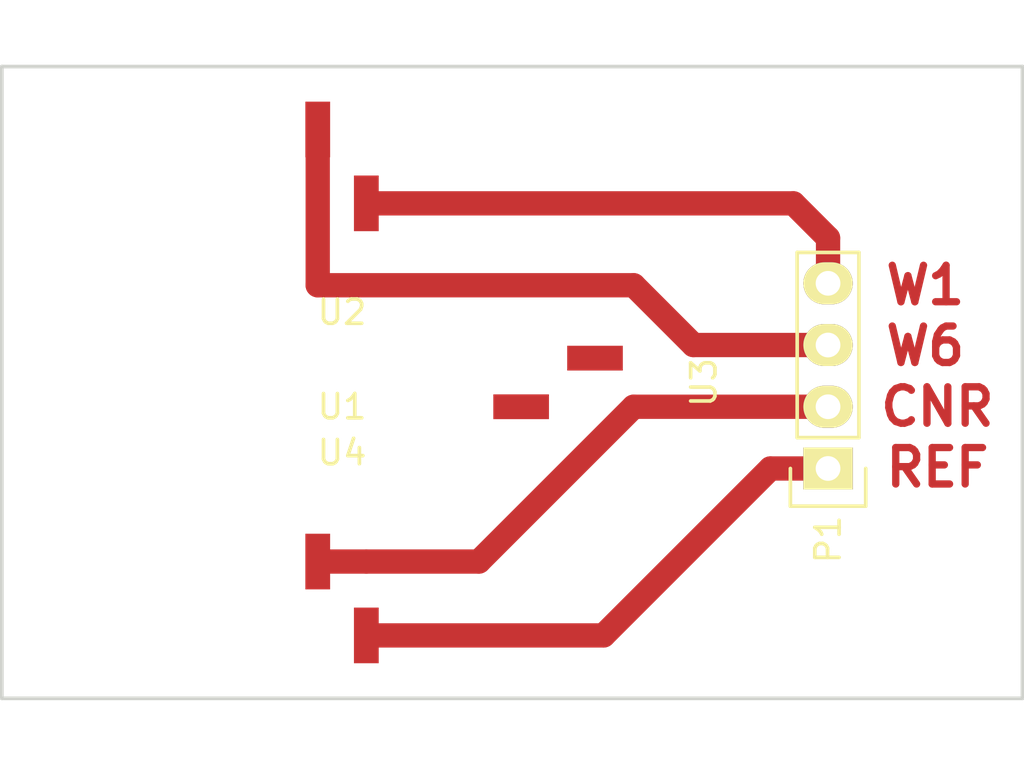
<source format=kicad_pcb>
(kicad_pcb (version 4) (host pcbnew 4.0.3+e1-6302~38~ubuntu16.04.1-stable)

  (general
    (links 4)
    (no_connects 0)
    (area 133.924999 93.924999 176.075001 120.075001)
    (thickness 1.6)
    (drawings 8)
    (tracks 14)
    (zones 0)
    (modules 5)
    (nets 7)
  )

  (page A4)
  (layers
    (0 F.Cu signal)
    (31 B.Cu signal)
    (32 B.Adhes user)
    (33 F.Adhes user)
    (34 B.Paste user)
    (35 F.Paste user)
    (36 B.SilkS user)
    (37 F.SilkS user)
    (38 B.Mask user)
    (39 F.Mask user)
    (40 Dwgs.User user)
    (41 Cmts.User user)
    (42 Eco1.User user)
    (43 Eco2.User user)
    (44 Edge.Cuts user)
    (45 Margin user)
    (46 B.CrtYd user)
    (47 F.CrtYd user)
    (48 B.Fab user)
    (49 F.Fab user)
  )

  (setup
    (last_trace_width 1)
    (user_trace_width 1)
    (trace_clearance 0.2)
    (zone_clearance 0.508)
    (zone_45_only no)
    (trace_min 0.2)
    (segment_width 0.2)
    (edge_width 0.15)
    (via_size 0.6)
    (via_drill 0.4)
    (via_min_size 0.4)
    (via_min_drill 0.3)
    (uvia_size 0.3)
    (uvia_drill 0.1)
    (uvias_allowed no)
    (uvia_min_size 0.2)
    (uvia_min_drill 0.1)
    (pcb_text_width 0.3)
    (pcb_text_size 1.5 1.5)
    (mod_edge_width 0.15)
    (mod_text_size 1 1)
    (mod_text_width 0.15)
    (pad_size 1.524 1.524)
    (pad_drill 0.762)
    (pad_to_mask_clearance 0.2)
    (aux_axis_origin 0 0)
    (visible_elements FFFFFF7F)
    (pcbplotparams
      (layerselection 0x01000_00000001)
      (usegerberextensions false)
      (excludeedgelayer true)
      (linewidth 0.100000)
      (plotframeref false)
      (viasonmask false)
      (mode 1)
      (useauxorigin false)
      (hpglpennumber 1)
      (hpglpenspeed 20)
      (hpglpendiameter 15)
      (hpglpenoverlay 2)
      (psnegative false)
      (psa4output false)
      (plotreference true)
      (plotvalue true)
      (plotinvisibletext false)
      (padsonsilk false)
      (subtractmaskfromsilk false)
      (outputformat 1)
      (mirror false)
      (drillshape 0)
      (scaleselection 1)
      (outputdirectory gerbers/))
  )

  (net 0 "")
  (net 1 WORKING_1)
  (net 2 REFERENCE)
  (net 3 COUNTER)
  (net 4 WORKING_6)
  (net 5 "Net-(U3-Pad1)")
  (net 6 "Net-(U3-Pad2)")

  (net_class Default "This is the default net class."
    (clearance 0.2)
    (trace_width 0.25)
    (via_dia 0.6)
    (via_drill 0.4)
    (uvia_dia 0.3)
    (uvia_drill 0.1)
    (add_net COUNTER)
    (add_net "Net-(U3-Pad1)")
    (add_net "Net-(U3-Pad2)")
    (add_net REFERENCE)
    (add_net WORKING_1)
    (add_net WORKING_6)
  )

  (module Socket_Strips:Socket_Strip_Straight_1x04 (layer F.Cu) (tedit 0) (tstamp 57C0A044)
    (at 168 110.54 90)
    (descr "Through hole socket strip")
    (tags "socket strip")
    (path /57C09EF5)
    (fp_text reference P1 (at -2.92 0 90) (layer F.SilkS)
      (effects (font (size 1 1) (thickness 0.15)))
    )
    (fp_text value CONN_01X04 (at 4.08 -3 90) (layer F.Fab)
      (effects (font (size 1 1) (thickness 0.15)))
    )
    (fp_line (start -1.75 -1.75) (end -1.75 1.75) (layer F.CrtYd) (width 0.05))
    (fp_line (start 9.4 -1.75) (end 9.4 1.75) (layer F.CrtYd) (width 0.05))
    (fp_line (start -1.75 -1.75) (end 9.4 -1.75) (layer F.CrtYd) (width 0.05))
    (fp_line (start -1.75 1.75) (end 9.4 1.75) (layer F.CrtYd) (width 0.05))
    (fp_line (start 1.27 -1.27) (end 8.89 -1.27) (layer F.SilkS) (width 0.15))
    (fp_line (start 1.27 1.27) (end 8.89 1.27) (layer F.SilkS) (width 0.15))
    (fp_line (start -1.55 1.55) (end 0 1.55) (layer F.SilkS) (width 0.15))
    (fp_line (start 8.89 -1.27) (end 8.89 1.27) (layer F.SilkS) (width 0.15))
    (fp_line (start 1.27 1.27) (end 1.27 -1.27) (layer F.SilkS) (width 0.15))
    (fp_line (start 0 -1.55) (end -1.55 -1.55) (layer F.SilkS) (width 0.15))
    (fp_line (start -1.55 -1.55) (end -1.55 1.55) (layer F.SilkS) (width 0.15))
    (pad 1 thru_hole rect (at 0 0 90) (size 1.7272 2.032) (drill 1.016) (layers *.Cu *.Mask F.SilkS)
      (net 2 REFERENCE))
    (pad 2 thru_hole oval (at 2.54 0 90) (size 1.7272 2.032) (drill 1.016) (layers *.Cu *.Mask F.SilkS)
      (net 3 COUNTER))
    (pad 3 thru_hole oval (at 5.08 0 90) (size 1.7272 2.032) (drill 1.016) (layers *.Cu *.Mask F.SilkS)
      (net 4 WORKING_6))
    (pad 4 thru_hole oval (at 7.62 0 90) (size 1.7272 2.032) (drill 1.016) (layers *.Cu *.Mask F.SilkS)
      (net 1 WORKING_1))
    (model Socket_Strips.3dshapes/Socket_Strip_Straight_1x04.wrl
      (at (xyz 0.15 0 0))
      (scale (xyz 1 1 1))
      (rotate (xyz 0 0 180))
    )
  )

  (module scintilla:SPEC_pinned (layer F.Cu) (tedit 57C098FC) (tstamp 57C0A048)
    (at 148 107)
    (path /57C09500)
    (fp_text reference U1 (at 0 1) (layer F.SilkS)
      (effects (font (size 1 1) (thickness 0.15)))
    )
    (fp_text value SPEC (at 0 -1) (layer F.Fab)
      (effects (font (size 1 1) (thickness 0.15)))
    )
  )

  (module scintilla:SMM-102-02-S-S (layer F.Cu) (tedit 57C0B05F) (tstamp 57C0A04E)
    (at 148 98.11)
    (path /57C096A4)
    (fp_text reference U2 (at 0 6) (layer F.SilkS)
      (effects (font (size 1 1) (thickness 0.15)))
    )
    (fp_text value SMM-102-02-S-S (at 0 -6) (layer F.Fab)
      (effects (font (size 1 1) (thickness 0.15)))
    )
    (pad 1 smd rect (at 1 1.52) (size 1.02 2.29) (layers F.Cu F.Paste F.Mask)
      (net 1 WORKING_1))
    (pad 2 smd rect (at -1 -1.52) (size 1.02 2.29) (layers F.Cu F.Paste F.Mask)
      (net 4 WORKING_6))
  )

  (module scintilla:SMM-102-02-S-S (layer F.Cu) (tedit 57C0B05F) (tstamp 57C0A05A)
    (at 148 115.89 180)
    (path /57C09796)
    (fp_text reference U4 (at 0 6 180) (layer F.SilkS)
      (effects (font (size 1 1) (thickness 0.15)))
    )
    (fp_text value SMM-102-02-S-S (at 0 -6 180) (layer F.Fab)
      (effects (font (size 1 1) (thickness 0.15)))
    )
    (pad 1 smd rect (at 1 1.52 180) (size 1.02 2.29) (layers F.Cu F.Paste F.Mask)
      (net 3 COUNTER))
    (pad 2 smd rect (at -1 -1.52 180) (size 1.02 2.29) (layers F.Cu F.Paste F.Mask)
      (net 2 REFERENCE))
  )

  (module scintilla:SMM-102-02-S-S (layer F.Cu) (tedit 57C0B05F) (tstamp 57C0A054)
    (at 156.89 107 90)
    (path /57C09713)
    (fp_text reference U3 (at 0 6 90) (layer F.SilkS)
      (effects (font (size 1 1) (thickness 0.15)))
    )
    (fp_text value SMM-102-02-S-S (at 0 -6 90) (layer F.Fab)
      (effects (font (size 1 1) (thickness 0.15)))
    )
    (pad 1 smd rect (at 1 1.52 90) (size 1.02 2.29) (layers F.Cu F.Paste F.Mask)
      (net 5 "Net-(U3-Pad1)"))
    (pad 2 smd rect (at -1 -1.52 90) (size 1.02 2.29) (layers F.Cu F.Paste F.Mask)
      (net 6 "Net-(U3-Pad2)"))
  )

  (gr_text REF (at 172.5 110.5) (layer F.Cu)
    (effects (font (size 1.5 1.5) (thickness 0.3)))
  )
  (gr_line (start 134 120) (end 134 94) (layer Edge.Cuts) (width 0.15))
  (gr_line (start 176 120) (end 134 120) (layer Edge.Cuts) (width 0.15))
  (gr_line (start 176 94) (end 176 120) (layer Edge.Cuts) (width 0.15))
  (gr_line (start 134 94) (end 176 94) (layer Edge.Cuts) (width 0.15))
  (gr_text W6 (at 172 105.5) (layer F.Cu)
    (effects (font (size 1.5 1.5) (thickness 0.3)))
  )
  (gr_text CNR (at 172.5 108) (layer F.Cu)
    (effects (font (size 1.5 1.5) (thickness 0.3)))
  )
  (gr_text W1 (at 172 103) (layer F.Cu)
    (effects (font (size 1.5 1.5) (thickness 0.3)))
  )

  (segment (start 166.5736 99.63) (end 149 99.63) (width 1) (layer F.Cu) (net 1))
  (segment (start 166.5736 99.63) (end 168 101.0564) (width 1) (layer F.Cu) (net 1))
  (segment (start 168 101.0564) (end 168 102.92) (width 1) (layer F.Cu) (net 1))
  (segment (start 165.63 110.54) (end 168 110.54) (width 1) (layer F.Cu) (net 2))
  (segment (start 158.76 117.41) (end 165.63 110.54) (width 1) (layer F.Cu) (net 2))
  (segment (start 158.76 117.41) (end 149 117.41) (width 1) (layer F.Cu) (net 2))
  (segment (start 149 114.37) (end 147 114.37) (width 1) (layer F.Cu) (net 3))
  (segment (start 168 108) (end 160 108) (width 1) (layer F.Cu) (net 3))
  (segment (start 160 108) (end 153.63 114.37) (width 1) (layer F.Cu) (net 3))
  (segment (start 153.63 114.37) (end 149 114.37) (width 1) (layer F.Cu) (net 3))
  (segment (start 168 105.46) (end 162.46 105.46) (width 1) (layer F.Cu) (net 4))
  (segment (start 147 103) (end 147 96.59) (width 1) (layer F.Cu) (net 4))
  (segment (start 162.46 105.46) (end 160 103) (width 1) (layer F.Cu) (net 4))
  (segment (start 160 103) (end 147 103) (width 1) (layer F.Cu) (net 4))

)

</source>
